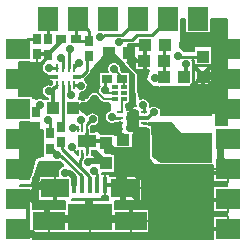
<source format=gtl>
G04 DipTrace 2.4.0.2*
%INUSBHiPower.gtl*%
%MOIN*%
%ADD13C,0.006*%
%ADD14C,0.012*%
%ADD15C,0.01*%
%ADD16C,0.02*%
%ADD18C,0.008*%
%ADD19C,0.0094*%
%ADD20C,0.011*%
%ADD22C,0.013*%
%ADD23R,0.08X0.0669*%
%ADD24R,0.0669X0.08*%
%ADD25R,0.0433X0.0394*%
%ADD26R,0.0394X0.0433*%
%ADD27R,0.0276X0.0354*%
%ADD28R,0.1772X0.0984*%
%ADD29R,0.0354X0.0276*%
%ADD31R,0.0276X0.013*%
%ADD32R,0.011X0.0276*%
%ADD33R,0.0094X0.0276*%
%ADD38R,0.0094X0.0236*%
%ADD39R,0.063X0.0394*%
%ADD40C,0.028*%
%ADD43R,0.0236X0.0098*%
%ADD44R,0.0354X0.063*%
%ADD48R,0.0205X0.0118*%
%ADD50R,0.0157X0.0531*%
%ADD51R,0.0945X0.063*%
%ADD52R,0.1063X0.063*%
%ADD53R,0.1476X0.0906*%
%ADD54C,0.028*%
%FSLAX44Y44*%
G04*
G70*
G90*
G75*
G01*
%LNTop*%
%LPD*%
X6086Y7634D2*
D13*
Y7892D1*
X6028Y7950D1*
X6856Y8941D2*
Y9310D1*
X6904D1*
X6856Y8941D2*
Y9351D1*
X6872Y9367D1*
Y8828D1*
X7165D1*
X7354Y8214D2*
X7419D1*
Y8299D1*
X7425Y8293D1*
Y8610D1*
X7447D1*
X7468Y8632D1*
X7446Y7278D2*
D14*
Y7387D1*
X7354Y7480D1*
Y7623D1*
Y7820D1*
X6437Y8376D2*
X6683D1*
Y8012D1*
X6722D1*
Y7799D1*
X6558Y7634D1*
X6805Y7881D1*
X6401Y7634D2*
D15*
X6481D1*
X6716Y7870D1*
D14*
Y8376D1*
X6437D1*
X4558Y7705D2*
D16*
Y6842D1*
X4515Y6799D1*
X6437Y8376D2*
D14*
Y8446D1*
X6134D1*
Y8390D1*
X6108D1*
X7446Y7278D2*
Y7443D1*
X7272D1*
X6673Y8042D1*
Y8376D1*
X6686D2*
Y8026D1*
X7434Y7278D1*
X7446D1*
X3937Y6293D2*
D16*
X4442Y6799D1*
X4515D1*
X3937Y7293D2*
D14*
X4158D1*
D16*
X4558Y7693D1*
Y7705D1*
X7354Y7623D2*
D14*
X7285Y7691D1*
X7020D1*
X6795Y7917D1*
Y8148D1*
X6766Y8119D1*
Y8441D1*
X6502D1*
X6437Y8376D1*
X6121D1*
X6108Y8390D1*
X6394D1*
X6772Y8012D1*
X6722D1*
X4515Y6799D2*
Y7662D1*
X4558Y7705D1*
X6108Y8390D2*
X5811D1*
X5765Y8344D1*
X7468Y9025D2*
D18*
Y9258D1*
X7416Y9310D1*
Y9361D1*
X7136Y9641D1*
X4564Y10633D2*
D15*
X4277D1*
X3937Y10293D1*
X5233Y9678D2*
X4964D1*
X4961Y9674D1*
X5883Y10626D2*
Y11239D1*
X5937Y11293D1*
X6315Y10574D2*
X5935D1*
X5883Y10626D1*
X6315Y10574D2*
Y10915D1*
X5937Y11293D1*
X6315Y10062D2*
X6231D1*
Y9554D1*
X6070Y9393D1*
X5932D1*
X5922Y9382D1*
X6333Y5763D2*
X6304D1*
Y6074D1*
X5998Y6380D1*
X5414Y6964D1*
Y7153D1*
X5368Y7199D1*
X6086Y6847D2*
Y6683D1*
X5998Y6595D1*
Y6380D1*
X4994Y6984D2*
X4982D1*
Y7068D1*
X5298Y6751D1*
X5391D1*
X6078Y6065D1*
Y5763D1*
X5928Y6847D2*
D18*
Y6783D1*
X5828Y6884D1*
X5862D1*
X5726Y7020D1*
X5227Y6782D2*
D15*
X5298D1*
Y6751D1*
X5627Y9087D2*
D19*
Y8899D1*
D15*
Y8836D1*
X5706Y8757D1*
X4994Y7496D2*
Y7870D1*
X4928Y7936D1*
X5627Y9678D2*
D19*
Y9866D1*
D15*
Y10259D1*
X5660Y10292D1*
X6661Y10689D2*
X6734D1*
X6826Y10781D1*
X7425D1*
X7937Y11293D1*
X5368Y7711D2*
X5430D1*
Y9087D1*
Y9678D2*
D19*
Y9866D1*
D15*
Y9944D1*
X5373Y10002D1*
X7312Y10530D2*
Y10604D1*
X7747D1*
X7899Y10756D1*
X8399D1*
X8937Y11293D1*
X8141Y8214D2*
Y8394D1*
X8108Y8427D1*
X8514Y9346D2*
X8764D1*
X8801Y9383D1*
Y9881D1*
X8824Y9904D1*
Y10435D1*
X8830Y10441D1*
X6243Y7634D2*
D18*
Y7801D1*
D15*
X6400Y7958D1*
X6426D1*
X8115Y7278D2*
D14*
X7873Y7520D1*
Y7623D1*
X7897D1*
X8141D1*
X7897D2*
Y8188D1*
X7833D1*
X7809Y8164D1*
X8141Y8017D2*
X8290D1*
X8461Y8187D1*
X9557Y9788D2*
Y9470D1*
X9470Y9383D1*
X6976Y10164D2*
X7061D1*
X7551Y9674D1*
X7781Y9444D1*
Y8507D1*
X7724Y8450D1*
Y8249D1*
X7809Y8164D1*
X8141Y8017D2*
X7846D1*
Y8200D1*
X5172Y5654D2*
Y5132D1*
X4869D1*
Y4668D1*
X4965Y4572D1*
X7702D2*
Y5096D1*
X7398D1*
Y5558D1*
X7495Y5654D1*
X6845Y5763D2*
X7387D1*
X7495Y5654D1*
X6424Y7285D2*
Y7234D1*
X6883D1*
Y7171D1*
X7495Y5654D2*
Y6007D1*
X7264Y6239D1*
Y6802D1*
X6820Y7246D1*
Y7234D1*
X6883Y7171D1*
X8115Y7278D2*
X8018D1*
Y7100D1*
Y6957D1*
X7526D1*
X6883D1*
Y7171D1*
Y6883D1*
X7992D1*
X8171D1*
Y6947D1*
Y7278D1*
X8115D1*
X6437Y9045D2*
X6574D1*
Y9518D1*
X6714Y9659D1*
X7087Y10031D1*
Y10164D1*
X6976D1*
X10937Y5293D2*
Y5285D1*
X10276D1*
X10019Y5542D1*
X9171Y6389D1*
X9662D1*
X9239D1*
X8486D1*
X8316Y6559D1*
X7992Y6883D1*
X10937Y4293D2*
X10286D1*
Y5187D1*
X9422D1*
X7962D1*
X7495Y5654D1*
X3937Y4293D2*
Y4347D1*
X4270D1*
Y5275D1*
X4376Y5381D1*
X4650Y5654D1*
X5172D1*
X3937Y5293D2*
X4153D1*
X4764Y5904D1*
X4922D1*
X5172Y5654D1*
X7113Y6917D2*
Y7004D1*
X6883Y7234D1*
X7866Y6956D2*
X8018Y6957D1*
X7275Y6172D2*
Y6007D1*
X7495D1*
X8247Y6490D2*
X8316Y6559D1*
X7945Y6113D2*
Y5187D1*
X7962D1*
X7298Y5096D2*
X7398D1*
X4851Y5132D2*
X4869D1*
X9662Y5449D2*
Y6389D1*
X9422Y4912D2*
Y5187D1*
X9239Y6301D2*
Y6389D1*
X8443Y4236D2*
D15*
Y5399D1*
Y5615D1*
X7945Y6113D1*
X8443Y4236D2*
D14*
X9608D1*
X9640Y4204D1*
X4462Y5254D2*
D15*
Y5381D1*
X4376D1*
X9981Y4156D2*
Y5978D1*
Y6020D1*
X9825Y6176D1*
X7912Y7537D2*
D14*
X7895Y7520D1*
X7873D1*
X7516Y6870D2*
X7526Y6957D1*
X8189Y6947D2*
X8171D1*
X7566Y6572D2*
X7526Y6957D1*
X7878Y6488D2*
Y7100D1*
X8018D1*
X6502Y9357D2*
X6542Y9316D1*
Y9088D1*
X6437Y8983D1*
Y9045D1*
X10937Y6293D2*
X10761D1*
X10645Y6177D1*
X10390D1*
X9662Y5449D1*
X10937Y7293D2*
Y7243D1*
X10645Y6951D1*
Y6177D1*
X9422Y4912D2*
Y5772D1*
X9825Y6176D1*
X7118Y4628D2*
Y4572D1*
X7702D1*
X8508Y5399D2*
D15*
X8443D1*
X10091Y5978D2*
X9981D1*
X9995Y5518D2*
D14*
X10019Y5542D1*
X7684Y8396D2*
X7724Y8450D1*
X5096Y8344D2*
Y8950D1*
X5151Y9006D1*
D20*
X5233Y9087D1*
X5096Y8344D2*
D14*
Y8758D1*
X4964Y8890D1*
X7165Y8632D2*
D18*
Y8645D1*
X6810D1*
X6571Y8883D1*
Y9006D1*
X6476D1*
X6437Y9045D1*
X6707Y9651D2*
D14*
X6714Y9659D1*
X7481Y9651D2*
X7505Y9674D1*
X7551D1*
X7846Y8017D2*
X7809Y8164D1*
X7747Y7918D1*
X7809Y8164D2*
D3*
X7912Y7537D2*
X7865D1*
Y7678D1*
X7705Y7838D1*
Y8164D1*
X7809D1*
Y7980D1*
X7747Y7918D1*
X7912Y7537D2*
Y7640D1*
X7634Y7918D1*
X7747D1*
X6243Y7241D2*
Y7025D1*
D19*
Y6847D1*
X6589Y7246D2*
D15*
X6248D1*
X6243Y7241D1*
Y7634D2*
D19*
Y7456D1*
D14*
Y7241D1*
X6883D2*
X6243D1*
X4965Y4572D2*
X5474D1*
X5543Y4640D1*
X6264D1*
X6333Y4710D1*
X10937Y6293D2*
Y6456D1*
X10750Y6643D1*
Y7106D1*
X10937Y7293D1*
X5928Y7634D2*
D15*
X5885Y7678D1*
X5772D1*
X6589Y5763D2*
Y6143D1*
X6485Y6247D1*
X7354Y8017D2*
X7088D1*
X7064Y8041D1*
X10109Y10049D2*
X9296D1*
X9267Y10078D1*
X9550Y7011D2*
D13*
X9382D1*
X8576Y7817D1*
X8144D1*
X8141Y7820D1*
X4943Y10625D2*
D15*
X4937Y11293D1*
X5823Y9678D2*
Y9688D1*
X5979Y9843D1*
X6401Y6847D2*
X6466D1*
D16*
X6750Y6563D1*
X6286D1*
Y6523D1*
X6558Y6847D2*
Y6806D1*
X6799Y6566D1*
X6286D1*
X6883Y6502D2*
Y6563D1*
X6286D1*
X5822Y5763D2*
Y6024D1*
X5670Y6175D1*
X5493D1*
X5823Y9087D2*
D15*
X6028D1*
X6032Y9083D1*
X4558Y8217D2*
Y8319D1*
X4676Y8438D1*
X4564Y10121D2*
D14*
X4958D1*
X5463Y10626D1*
X5371D1*
Y10541D1*
X4943Y10113D1*
Y10029D1*
X4681Y9766D1*
Y9527D1*
X4825Y9382D1*
X5134D1*
X4931D1*
X4889Y9341D1*
X8160Y10441D2*
Y10462D1*
X8183D1*
Y9932D1*
X8155Y9904D1*
X7905D1*
X7645Y10164D1*
Y10423D1*
X8184D1*
Y9261D1*
X8593Y8852D1*
X9283D1*
X9550Y8586D1*
X10109Y9380D2*
Y9145D1*
X9550Y8586D1*
X10645D1*
X10937Y8293D1*
X10109Y9380D2*
X10361D1*
X10850D1*
X10937Y9293D1*
X10109Y9380D2*
Y9465D1*
X10470Y9826D1*
X10937Y10293D1*
X7711Y9905D2*
X8160D1*
Y10441D1*
X4889Y9341D2*
X3984D1*
X3937Y9293D1*
X10361Y9414D2*
Y9380D1*
X10753Y11042D2*
X10561Y10849D1*
Y10670D1*
X10937Y10293D1*
D54*
X6661Y10689D3*
X5660Y10292D3*
X5373Y10002D3*
X5979Y9843D3*
X4889Y9341D3*
X7113Y6917D3*
X7866Y6956D3*
X7275Y6172D3*
X8247Y6490D3*
X7945Y6113D3*
X7298Y5096D3*
X4851Y5132D3*
X4462Y5254D3*
X9662Y5449D3*
X9422Y4912D3*
X7136Y9641D3*
X4964Y8890D3*
X8443Y4236D3*
X9981Y4156D3*
X9825Y6176D3*
X9640Y4204D3*
X9239Y6301D3*
X6032Y9083D3*
X4419Y4140D3*
X7912Y7537D3*
X7516Y6870D3*
X8189Y6947D3*
X7566Y6572D3*
X7878Y6488D3*
X6502Y9357D3*
X4552Y5956D3*
X5122Y6174D3*
X5028Y6417D3*
X5543Y4640D3*
X7118Y4628D3*
X8883Y5439D3*
X8508Y5399D3*
X10091Y5978D3*
X9995Y5518D3*
X9801Y4864D3*
X8892Y4761D3*
X5706Y8757D3*
X4676Y8438D3*
X4928Y7936D3*
X7711Y9905D3*
X4961Y9674D3*
X7684Y8396D3*
X6301Y5193D3*
X6707Y9651D3*
X7481D3*
X10361Y9414D3*
X10753Y11042D3*
X8108Y8427D3*
X8461Y8187D3*
X6286Y6523D3*
X8514Y9346D3*
X9557Y9788D3*
X7064Y8041D3*
X9267Y10078D3*
X5493Y6175D3*
X6485Y6247D3*
X5227Y6782D3*
X5726Y7020D3*
X5772Y7678D3*
X4515Y6799D3*
X6108Y8390D3*
X6028Y7950D3*
X6856Y8941D3*
X6426Y7958D3*
X7312Y10530D3*
X8302Y7782D2*
D13*
X9091D1*
X8422Y7724D2*
X9142D1*
X8426Y7665D2*
X9191D1*
X8427Y7606D2*
X9242D1*
X8430Y7547D2*
X9293D1*
X8430Y7489D2*
X9327D1*
X8430Y7430D2*
X9285D1*
X8430Y7371D2*
X9242D1*
X8431Y7313D2*
X9199D1*
X8432Y7254D2*
X9156D1*
X8433Y7195D2*
X9114D1*
X8434Y7137D2*
X9070D1*
X8434Y7078D2*
X9027D1*
X8435Y7019D2*
X8985D1*
X8436Y6961D2*
X8942D1*
X8436Y6902D2*
X8899D1*
X8437Y6843D2*
X8857D1*
X8438Y6785D2*
X8814D1*
X8455Y6726D2*
X8770D1*
X8529Y6667D2*
X8728D1*
X8604Y6608D2*
X8685D1*
X8421Y7595D2*
X8424D1*
X8426Y7261D1*
X8433Y6738D1*
X8657Y6562D1*
X9063Y7118D1*
X9340Y7498D1*
X9054Y7833D1*
X8588Y7837D1*
X8272Y7840D1*
X8270Y7794D1*
X8401Y7738D1*
X8419Y7715D1*
X8421Y7595D1*
X9372Y11241D2*
X9504D1*
X10370D2*
X10905D1*
X9371Y11183D2*
X9504D1*
X10370D2*
X10905D1*
X9371Y11124D2*
X9504D1*
X10370D2*
X10905D1*
X9370Y11065D2*
X9504D1*
X10370D2*
X10905D1*
X9370Y11007D2*
X9504D1*
X10370D2*
X10905D1*
X9370Y10948D2*
X9504D1*
X10370D2*
X10905D1*
X9370Y10889D2*
X9504D1*
X10370D2*
X10905D1*
X9368Y10831D2*
X10905D1*
X9367Y10772D2*
X10905D1*
X9366Y10713D2*
X10905D1*
X9366Y10655D2*
X10905D1*
X9366Y10596D2*
X10905D1*
X9365Y10537D2*
X10905D1*
X9365Y10478D2*
X10905D1*
X9364Y10420D2*
X10905D1*
X9366Y10361D2*
X9814D1*
X10404D2*
X10905D1*
X9415Y10302D2*
X9814D1*
X10404D2*
X10905D1*
X9469Y10244D2*
X9814D1*
X10404D2*
X10905D1*
X10404Y10185D2*
X10905D1*
X10404Y10126D2*
X10905D1*
X10404Y10068D2*
X10905D1*
X10404Y10009D2*
X10905D1*
X10404Y9950D2*
X10905D1*
X9786Y9892D2*
X9814D1*
X10404D2*
X10905D1*
X9796Y9833D2*
X9814D1*
X10404D2*
X10905D1*
X9789Y9774D2*
X10905D1*
X9766Y9716D2*
X9814D1*
X10404D2*
X10905D1*
X9786Y9657D2*
X9814D1*
X10404D2*
X10905D1*
X9786Y9598D2*
X9814D1*
X10404D2*
X10905D1*
X9786Y9539D2*
X9814D1*
X10404D2*
X10905D1*
X9786Y9481D2*
X9814D1*
X10404D2*
X10905D1*
X9786Y9422D2*
X9814D1*
X10404D2*
X10905D1*
X9786Y9363D2*
X9814D1*
X10404D2*
X10905D1*
X9786Y9305D2*
X9814D1*
X10404D2*
X10905D1*
X9786Y9246D2*
X9814D1*
X10404D2*
X10905D1*
X9786Y9187D2*
X9814D1*
X10404D2*
X10905D1*
X9727Y9129D2*
X9814D1*
X10404D2*
X10905D1*
X9744Y9070D2*
X10905D1*
X9762Y9011D2*
X10905D1*
X9779Y8953D2*
X10905D1*
X9796Y8894D2*
X10905D1*
X9814Y8835D2*
X10905D1*
X9831Y8776D2*
X10905D1*
X9847Y8718D2*
X10905D1*
X9865Y8659D2*
X10905D1*
X9882Y8600D2*
X10905D1*
X9899Y8542D2*
X10905D1*
X9917Y8483D2*
X10905D1*
X9934Y8424D2*
X10905D1*
X9951Y8366D2*
X10905D1*
X9968Y8307D2*
X10905D1*
X9985Y8248D2*
X10905D1*
X10002Y8190D2*
X10905D1*
X10558Y8131D2*
X10905D1*
X10559Y8072D2*
X10905D1*
X10559Y8014D2*
X10904D1*
X10560Y7955D2*
X10904D1*
X10560Y7896D2*
X10904D1*
X10561Y7837D2*
X10904D1*
X10562Y7779D2*
X10904D1*
X10364Y11293D2*
Y10841D1*
X9510D1*
Y11298D1*
X9367Y11300D1*
X9364Y10926D1*
Y10841D1*
X9361D1*
X9360Y10670D1*
X9357Y10371D1*
X9370Y10327D1*
X9395Y10313D1*
X9419Y10295D1*
X9440Y10274D1*
X9459Y10251D1*
X9470Y10232D1*
X9820D1*
Y10399D1*
X10398D1*
Y9781D1*
X9820D1*
Y9947D1*
X9757D1*
X9776Y9907D1*
X9784Y9878D1*
X9790Y9828D1*
X9788Y9799D1*
X9782Y9769D1*
X9772Y9741D1*
X9759Y9713D1*
X9779D1*
Y9134D1*
X9720D1*
X9988Y8217D1*
X10000Y8178D1*
X10157Y8180D1*
X10522Y8186D1*
X10547Y8172D1*
X10552Y8156D1*
X10556Y7760D1*
X10625Y7761D1*
X10911D1*
Y11289D1*
X10364Y11293D1*
X9826Y9729D2*
X10398D1*
Y9112D1*
X9820D1*
Y9729D1*
X9826D1*
X9820D2*
D22*
X10398Y9112D1*
Y9729D2*
X9820Y9112D1*
X3981Y9850D2*
D13*
X4707D1*
X7605D2*
X7840D1*
X3981Y9792D2*
X4754D1*
X7672D2*
X7840D1*
X3981Y9733D2*
X4730D1*
X7713D2*
X7840D1*
X3982Y9674D2*
X4723D1*
X7772D2*
X7840D1*
X3982Y9616D2*
X4730D1*
X3983Y9557D2*
X4754D1*
X7889D2*
X8293D1*
X3983Y9498D2*
X4803D1*
X7929D2*
X8272D1*
X3983Y9440D2*
X4899D1*
X7939D2*
X8251D1*
X3984Y9381D2*
X4899D1*
X7939D2*
X8230D1*
X3984Y9322D2*
X4899D1*
X7939D2*
X8209D1*
X3985Y9264D2*
X4899D1*
X7939D2*
X8189D1*
X3985Y9205D2*
X5080D1*
X7939D2*
X8168D1*
X3985Y9146D2*
X5077D1*
X7939D2*
X8209D1*
X3986Y9088D2*
X4835D1*
X7939D2*
X8253D1*
X3986Y9029D2*
X4771D1*
X7939D2*
X8297D1*
X8519D2*
X8635D1*
X3986Y8970D2*
X4739D1*
X7939D2*
X8635D1*
X3986Y8911D2*
X4726D1*
X7939D2*
X8635D1*
X3986Y8853D2*
X4729D1*
X7952D2*
X8635D1*
X3987Y8794D2*
X4747D1*
X7967D2*
X8635D1*
X3987Y8735D2*
X4784D1*
X7981D2*
X8635D1*
X4436Y8677D2*
X4867D1*
X7996D2*
X8634D1*
X8246Y8618D2*
X8634D1*
X8305Y8559D2*
X8634D1*
X8334Y8501D2*
X8634D1*
X8346Y8442D2*
X8634D1*
X8591Y8383D2*
X8634D1*
X4335Y9866D2*
X3975D1*
X3982Y8720D1*
X4075D1*
X4429D1*
Y8656D1*
X4585Y8652D1*
X4631Y8666D1*
X4661Y8670D1*
X4691D1*
X4721Y8666D1*
X4750Y8658D1*
X4778Y8646D1*
X4943Y8643D1*
X4944Y8660D1*
X4910Y8664D1*
X4881Y8673D1*
X4854Y8686D1*
X4828Y8702D1*
X4805Y8721D1*
X4785Y8743D1*
X4767Y8767D1*
X4753Y8793D1*
X4742Y8821D1*
X4735Y8850D1*
X4732Y8880D1*
Y8910D1*
X4737Y8940D1*
X4745Y8969D1*
X4757Y8996D1*
X4772Y9022D1*
X4791Y9045D1*
X4812Y9066D1*
X4836Y9084D1*
X4862Y9099D1*
X4890Y9111D1*
X4919Y9118D1*
X4949Y9122D1*
X4979D1*
X5009Y9118D1*
X5040Y9110D1*
X5067Y9133D1*
X5073Y9136D1*
X5085Y9157D1*
Y9225D1*
X4904D1*
Y9449D1*
X4877Y9457D1*
X4850Y9470D1*
X4825Y9486D1*
X4802Y9505D1*
X4781Y9527D1*
X4764Y9551D1*
X4749Y9577D1*
X4739Y9605D1*
X4732Y9634D1*
X4728Y9664D1*
X4729Y9694D1*
X4733Y9724D1*
X4742Y9753D1*
X4754Y9780D1*
X4769Y9806D1*
X4788Y9829D1*
X4801Y9844D1*
X4713D1*
Y9852D1*
X4334D1*
Y9867D1*
X7846Y9875D2*
X7565D1*
X7582Y9860D1*
X7609Y9845D1*
X7633Y9827D1*
X7654Y9806D1*
X7673Y9782D1*
X7691Y9749D1*
X7888Y9552D1*
X7907Y9529D1*
X7921Y9502D1*
X7930Y9474D1*
X7933Y9444D1*
Y8905D1*
X7997Y8651D1*
X8034Y8647D1*
X8063Y8655D1*
X8092Y8659D1*
X8122D1*
X8152Y8655D1*
X8181Y8647D1*
X8209Y8636D1*
X8235Y8621D1*
X8259Y8603D1*
X8280Y8582D1*
X8299Y8559D1*
X8314Y8533D1*
X8326Y8506D1*
X8335Y8477D1*
X8340Y8427D1*
X8335Y8383D1*
X8359Y8397D1*
X8387Y8408D1*
X8416Y8416D1*
X8445Y8419D1*
X8475D1*
X8505Y8416D1*
X8534Y8408D1*
X8562Y8397D1*
X8588Y8382D1*
X8612Y8364D1*
X8640Y8335D1*
X8641Y9042D1*
X8335Y9011D1*
X8308Y9023D1*
X8183Y9189D1*
X8179Y9218D1*
X8319Y9616D1*
X8278Y9615D1*
X7846D1*
Y9875D1*
X7645Y10164D2*
Y9875D1*
X8155Y9904D2*
Y9615D1*
X4564Y10121D2*
Y9852D1*
X4904Y9382D2*
X5134D1*
X6754Y9997D2*
X7205D1*
X6701Y9939D2*
X7260D1*
X6648Y9880D2*
X7316D1*
X6594Y9821D2*
X6983D1*
X7289D2*
X7371D1*
X6541Y9763D2*
X6932D1*
X7339D2*
X7428D1*
X6487Y9704D2*
X6906D1*
X7366D2*
X7484D1*
X6434Y9645D2*
X6898D1*
X7374D2*
X7539D1*
X6380Y9587D2*
X6904D1*
X7383D2*
X7596D1*
X6378Y9528D2*
X6629D1*
X6351Y9469D2*
X6629D1*
X6295Y9411D2*
X6629D1*
X7692D2*
X7762D1*
X6237Y9352D2*
X6629D1*
X7692D2*
X7772D1*
X6178Y9293D2*
X6629D1*
X7692D2*
X7776D1*
X6214Y9234D2*
X6629D1*
X7692D2*
X7780D1*
X6251Y9176D2*
X6629D1*
X7692D2*
X7785D1*
X6268Y9117D2*
X6629D1*
X7692D2*
X7789D1*
X6269Y9058D2*
X6650D1*
X7669D2*
X7793D1*
X6255Y9000D2*
X6625D1*
X7669D2*
X7798D1*
X6222Y8941D2*
X6430D1*
X7669D2*
X7802D1*
X6154Y8882D2*
X6381D1*
X7669D2*
X7806D1*
X6020Y8824D2*
X6334D1*
X7669D2*
X7811D1*
X6009Y8765D2*
X6285D1*
X7669D2*
X7815D1*
X6000Y8706D2*
X6236D1*
X7669D2*
X7820D1*
X5998Y8648D2*
X6141D1*
X7669D2*
X7824D1*
X7669Y8589D2*
X7830D1*
X7669Y8530D2*
X7837D1*
X7553Y8471D2*
X7846D1*
X7553Y8413D2*
X7854D1*
X7570Y8354D2*
X7670D1*
X7581Y8295D2*
X7611D1*
X7949Y7650D2*
X8274D1*
X7907Y7591D2*
X8289D1*
X7872Y7532D2*
X8289D1*
X7800Y7474D2*
X8290D1*
X7786Y7415D2*
X8290D1*
X7786Y7356D2*
X8290D1*
X7785Y7298D2*
X8290D1*
X7785Y7239D2*
X8290D1*
X7784Y7180D2*
X8290D1*
X7784Y7122D2*
X8290D1*
X7783Y7063D2*
X8291D1*
X7867Y7004D2*
X8291D1*
X7983Y6946D2*
X8291D1*
X8098Y6887D2*
X8291D1*
X8213Y6828D2*
X8291D1*
X6178Y8685D2*
X6226D1*
X6439Y8944D1*
X6457Y8954D1*
X6624Y8953D1*
X6629Y8991D1*
X6637Y9020D1*
X6649Y9047D1*
X6671Y9081D1*
X6635Y9080D1*
Y9541D1*
X6926D1*
X6914Y9572D1*
X6907Y9601D1*
X6904Y9631D1*
Y9661D1*
X6909Y9691D1*
X6917Y9719D1*
X6929Y9747D1*
X6944Y9773D1*
X6963Y9796D1*
X6984Y9817D1*
X7008Y9835D1*
X7034Y9850D1*
X7062Y9861D1*
X7091Y9869D1*
X7121Y9873D1*
X7151D1*
X7180Y9869D1*
X7209Y9862D1*
X7237Y9850D1*
X7263Y9835D1*
X7287Y9817D1*
X7309Y9796D1*
X7327Y9773D1*
X7343Y9747D1*
X7355Y9720D1*
X7363Y9691D1*
X7368Y9641D1*
X7364Y9599D1*
X7424Y9540D1*
X7644Y9541D1*
X7209Y9999D1*
X6800Y10054D1*
X6373Y9585D1*
X6374Y9554D1*
X6371Y9524D1*
X6361Y9496D1*
X6349Y9474D1*
X6311Y9432D1*
X6174Y9295D1*
X6159Y9278D1*
X6183Y9260D1*
X6205Y9239D1*
X6223Y9215D1*
X6239Y9189D1*
X6251Y9162D1*
X6259Y9133D1*
X6264Y9083D1*
X6263Y9053D1*
X6257Y9024D1*
X6247Y8995D1*
X6234Y8969D1*
X6218Y8943D1*
X6198Y8921D1*
X6176Y8901D1*
X6151Y8884D1*
X6125Y8870D1*
X6096Y8860D1*
X6067Y8853D1*
X6019Y8852D1*
X5994Y8720D1*
X5991Y8634D1*
X6074Y8633D1*
Y8619D1*
X6092Y8622D1*
X6122D1*
X6147Y8618D1*
X6148Y8685D1*
X6178D1*
X7686Y9498D2*
Y9080D1*
X7662D1*
X7663Y8937D1*
X7662Y8874D1*
X7663Y8770D1*
X7662Y8677D1*
X7663Y8573D1*
Y8480D1*
X7548D1*
X7547Y8354D1*
X7564Y8355D1*
Y8307D1*
X7588Y8280D1*
X7596Y8261D1*
Y8255D1*
X7608Y8280D1*
X7628Y8310D1*
X7653Y8336D1*
X7681Y8358D1*
X7713Y8375D1*
X7747Y8388D1*
X7782Y8394D1*
X7818Y8396D1*
X7854Y8392D1*
X7864Y8389D1*
X7850Y8486D1*
X7832Y8623D1*
X7773Y9405D1*
X7686Y9498D1*
X7912Y7626D2*
X7901Y7592D1*
X7885Y7559D1*
X7864Y7530D1*
X7839Y7505D1*
X7810Y7483D1*
X7781Y7467D1*
X7777Y7047D1*
X8298Y6782D1*
X8296Y7649D1*
X8174Y7658D1*
X7971Y7673D1*
X7943Y7650D1*
X7913Y7632D1*
X7912Y7626D1*
X7686Y7679D2*
X7850Y7515D1*
X7809Y7840D2*
X7973Y7675D1*
X7645Y8328D2*
X7809Y8164D1*
X6405Y8682D2*
X6580D1*
X6356Y8624D2*
X6639D1*
X6308Y8565D2*
X6697D1*
X6260Y8506D2*
X6965D1*
X6057Y8448D2*
X7005D1*
X5962Y8389D2*
X7004D1*
X5953Y8330D2*
X7003D1*
X6032Y8272D2*
X7002D1*
X6111Y8213D2*
X6901D1*
X6189Y8154D2*
X6296D1*
X6556D2*
X6855D1*
X6619Y8096D2*
X6832D1*
X6651Y8037D2*
X6826D1*
X6664Y7978D2*
X6835D1*
X6661Y7919D2*
X6860D1*
X6643Y7861D2*
X6911D1*
X6605Y7802D2*
X7379D1*
X6522Y7743D2*
X7379D1*
X6390Y7685D2*
X7379D1*
X6390Y7626D2*
X7379D1*
X6390Y7567D2*
X7379D1*
X6678Y7509D2*
X7353D1*
X7177Y7450D2*
X7257D1*
X6695Y7480D2*
X7172D1*
Y7427D1*
X7226D1*
X7385Y7524D1*
Y7833D1*
X7242Y7826D1*
X7152D1*
X7099Y7811D1*
X7069Y7809D1*
X7039Y7810D1*
X7009Y7815D1*
X6973Y7828D1*
X6951D1*
X6926Y7842D1*
X6918Y7860D1*
X6884Y7893D1*
X6867Y7918D1*
X6853Y7944D1*
X6842Y7972D1*
X6835Y8001D1*
X6832Y8031D1*
Y8061D1*
X6837Y8091D1*
X6845Y8120D1*
X6857Y8147D1*
X6872Y8173D1*
X6891Y8196D1*
X6912Y8217D1*
X6936Y8235D1*
X6962Y8250D1*
X6990Y8262D1*
X7009Y8267D1*
Y8335D1*
X7012Y8480D1*
X6971D1*
Y8513D1*
X6810D1*
X6780Y8516D1*
X6752Y8526D1*
X6726Y8543D1*
X6716Y8552D1*
X6531Y8737D1*
X6441Y8733D1*
X6250Y8502D1*
X6235Y8492D1*
X5971Y8428D1*
X5939Y8336D1*
X6162Y8170D1*
X6233Y8117D1*
X6256D1*
X6298Y8152D1*
X6324Y8167D1*
X6352Y8178D1*
X6381Y8186D1*
X6411Y8190D1*
X6441D1*
X6471Y8186D1*
X6500Y8178D1*
X6527Y8167D1*
X6553Y8152D1*
X6577Y8134D1*
X6599Y8113D1*
X6617Y8089D1*
X6633Y8064D1*
X6645Y8036D1*
X6653Y8007D1*
X6658Y7958D1*
X6657Y7928D1*
X6651Y7898D1*
X6641Y7870D1*
X6628Y7843D1*
X6612Y7818D1*
X6592Y7795D1*
X6570Y7775D1*
X6545Y7758D1*
X6519Y7744D1*
X6490Y7734D1*
X6461Y7728D1*
X6431Y7725D1*
X6387Y7729D1*
X6384Y7709D1*
Y7543D1*
X6618Y7555D1*
X6644Y7542D1*
X6696Y7480D1*
X4014Y7834D2*
X4322D1*
X4014Y7776D2*
X4492D1*
X4014Y7717D2*
X4492D1*
X4014Y7659D2*
X4521D1*
X4014Y7600D2*
X4703D1*
X4014Y7542D2*
X4758D1*
X4014Y7483D2*
X4758D1*
X4014Y7425D2*
X4758D1*
X4014Y7366D2*
X4758D1*
X4014Y7307D2*
X4758D1*
X4014Y7249D2*
X4758D1*
X4014Y7190D2*
X4758D1*
X4014Y7132D2*
X4758D1*
X4014Y7073D2*
X4758D1*
X4014Y7015D2*
X4758D1*
X4014Y6956D2*
X4758D1*
X4014Y6898D2*
X4758D1*
X4014Y6839D2*
X4758D1*
X4014Y6781D2*
X4758D1*
X4014Y6722D2*
X4735D1*
X4014Y6664D2*
X4557D1*
X4014Y6605D2*
X4505D1*
X4014Y6547D2*
X4489D1*
X4014Y6488D2*
X4472D1*
X4014Y6430D2*
X4454D1*
X4014Y6371D2*
X4437D1*
X4014Y6312D2*
X4420D1*
X4014Y6254D2*
X4404D1*
X4014Y6195D2*
X4386D1*
X4014Y6137D2*
X4369D1*
X4014Y6078D2*
X4348D1*
X4014Y6020D2*
X4322D1*
X4764Y6729D2*
X4765Y7254D1*
X4764Y7316D1*
Y7598D1*
X4603Y7606D1*
X4587Y7612D1*
X4510Y7672D1*
X4499Y7699D1*
Y7826D1*
X4328D1*
Y7868D1*
X4070Y7867D1*
X4008D1*
Y7614D1*
Y5984D1*
X4321D1*
X4324Y6004D1*
X4332Y6033D1*
X4344Y6061D1*
X4362Y6090D1*
X4520Y6636D1*
X4542Y6656D1*
X4765Y6730D1*
X7177Y6738D2*
X8288D1*
X7177Y6679D2*
X8287D1*
X7177Y6621D2*
X8307D1*
X7177Y6562D2*
X8363D1*
X4630Y6504D2*
X5366D1*
X7177D2*
X8419D1*
X4613Y6445D2*
X5410D1*
X7177D2*
X8476D1*
X4598Y6387D2*
X5392D1*
X7177D2*
X10439D1*
X4581Y6328D2*
X5313D1*
X7177D2*
X10439D1*
X4564Y6270D2*
X5276D1*
X7177D2*
X10439D1*
X4547Y6211D2*
X5258D1*
X7177D2*
X10439D1*
X4531Y6153D2*
X5256D1*
X6761D2*
X10439D1*
X4514Y6094D2*
X5270D1*
X7022D2*
X10439D1*
X4497Y6036D2*
X4601D1*
X8066D2*
X10439D1*
X4481Y5977D2*
X4601D1*
X8066D2*
X10439D1*
X4464Y5919D2*
X4601D1*
X8066D2*
X10439D1*
X4448Y5860D2*
X4601D1*
X8066D2*
X10904D1*
X4431Y5801D2*
X4601D1*
X8066D2*
X10904D1*
X4001Y5743D2*
X4601D1*
X8066D2*
X10904D1*
X4435Y5684D2*
X4601D1*
X8066D2*
X10439D1*
X4435Y5626D2*
X4601D1*
X8066D2*
X10439D1*
X4435Y5567D2*
X4601D1*
X8066D2*
X10439D1*
X4435Y5509D2*
X4601D1*
X8066D2*
X10439D1*
X4435Y5450D2*
X4601D1*
X8066D2*
X10439D1*
X4435Y5392D2*
X4601D1*
X6757D2*
X6924D1*
X8066D2*
X10439D1*
X4435Y5333D2*
X4601D1*
X6754D2*
X6924D1*
X8066D2*
X10439D1*
X4435Y5275D2*
X4601D1*
X5743D2*
X6924D1*
X8066D2*
X10439D1*
X4435Y5216D2*
X5497D1*
X7170D2*
X10439D1*
X4435Y5158D2*
X5497D1*
X7170D2*
X10439D1*
X4435Y5099D2*
X5497D1*
X7170D2*
X10439D1*
X4435Y5041D2*
X5497D1*
X7170D2*
X10439D1*
X4435Y4982D2*
X5497D1*
X7170D2*
X10439D1*
X8331Y4924D2*
X10439D1*
X8331Y4865D2*
X10907D1*
X8331Y4806D2*
X10907D1*
X8331Y4748D2*
X10908D1*
X8331Y4689D2*
X10439D1*
X8331Y4631D2*
X10439D1*
X8331Y4572D2*
X10439D1*
X8331Y4514D2*
X10439D1*
X8331Y4455D2*
X10439D1*
X8331Y4397D2*
X10439D1*
X8331Y4338D2*
X10439D1*
X8331Y4280D2*
X10439D1*
X8331Y4221D2*
X10439D1*
X4435Y4163D2*
X10439D1*
X4435Y4104D2*
X10439D1*
X4435Y4046D2*
X10439D1*
X4435Y3987D2*
X10439D1*
X4429Y4164D2*
Y3973D1*
X4725Y3972D1*
X10445Y3962D1*
Y4720D1*
X10914D1*
X10913Y4867D1*
X10445Y4866D1*
Y5720D1*
X10910D1*
X10909Y5866D1*
X10445D1*
Y6426D1*
X8572D1*
Y6438D1*
X8502D1*
X8481Y6447D1*
X8302Y6633D1*
X8294Y6653D1*
Y6796D1*
X7171D1*
X7172Y6482D1*
Y6193D1*
X7147Y6192D1*
X7124Y6175D1*
X6756Y6179D1*
X6755Y6121D1*
X7016D1*
Y6062D1*
X8060D1*
Y5247D1*
X7164D1*
Y4979D1*
X8325D1*
Y4165D1*
X4429D1*
X3995Y5720D2*
X4429D1*
Y4979D1*
X5503D1*
Y5247D1*
X4607D1*
Y6062D1*
X5291D1*
X5272Y6105D1*
X5265Y6134D1*
X5261Y6163D1*
X5262Y6193D1*
X5266Y6223D1*
X5274Y6252D1*
X5286Y6279D1*
X5301Y6305D1*
X5319Y6329D1*
X5340Y6350D1*
X5364Y6368D1*
X5390Y6383D1*
X5431Y6398D1*
X5428Y6430D1*
X5356Y6526D1*
X4629Y6522D1*
X4595Y6400D1*
X4422Y5790D1*
X4401Y5769D1*
X4393Y5768D1*
X3994D1*
X3995Y5720D1*
X6760Y5406D2*
X6751Y5405D1*
Y5346D1*
X6736Y5321D1*
X6721Y5316D1*
X5736D1*
X5737Y5278D1*
Y5254D1*
X6930Y5255D1*
Y5405D1*
X6753D1*
X3937Y5293D2*
X4429D1*
X10937Y4720D2*
Y4293D1*
X10445D2*
X10937D1*
Y5293D2*
Y4866D1*
X10445Y5293D2*
X10937D1*
Y6293D2*
Y5866D1*
X10445Y6293D2*
X10937D1*
X6845Y6121D2*
Y5405D1*
X5172Y6062D2*
Y5247D1*
X4607Y5654D2*
X5172D1*
X7495Y6062D2*
Y5247D1*
Y5654D2*
X8060D1*
X4965Y4979D2*
Y4165D1*
X7702Y4979D2*
Y4165D1*
Y4572D2*
X8325D1*
X6333Y5255D2*
Y4165D1*
D23*
X3937Y9293D3*
X10937Y8293D3*
Y9293D3*
Y10293D3*
D24*
X9937Y11293D3*
D23*
X3937Y4293D3*
Y5293D3*
Y6293D3*
Y7293D3*
Y10293D3*
D25*
X7446Y7278D3*
X8115D3*
X8160Y10441D3*
X8830D3*
X7645Y10164D3*
X6976D3*
D26*
X6883Y7171D3*
Y6502D3*
X6437Y9045D3*
Y8376D3*
D25*
X5096Y8344D3*
X5765D3*
D27*
X6315Y10062D3*
Y10574D3*
D23*
X10937Y4293D3*
Y5293D3*
Y6293D3*
Y7293D3*
X3937Y8293D3*
D28*
X9550Y7011D3*
Y8586D3*
D25*
X8824Y9904D3*
X8155D3*
X9470Y9383D3*
X8801D3*
D26*
X10109Y10049D3*
Y9380D3*
D29*
X7416Y9310D3*
X6904D3*
D27*
X4994Y6984D3*
Y7496D3*
X5368Y7199D3*
Y7711D3*
X4558Y8217D3*
Y7705D3*
X4943Y10113D3*
Y10625D3*
X4564Y10121D3*
Y10633D3*
D29*
X5371Y10626D3*
X5883D3*
D31*
X5922Y9382D3*
D32*
X5823Y9678D3*
D33*
X5627D3*
X5430D3*
D32*
X5233D3*
D31*
X5134Y9382D3*
D32*
X5233Y9087D3*
D33*
X5430D3*
X5627D3*
D32*
X5823D3*
D38*
X6558Y7634D3*
X6401D3*
X6243D3*
X6086D3*
X5928D3*
Y6847D3*
X6086D3*
X6243D3*
X6401D3*
X6558D3*
D39*
X6243Y7241D3*
D40*
X6421Y7186D3*
X6243Y7291D3*
X6066Y7186D3*
D43*
X8141Y7623D3*
Y7820D3*
Y8017D3*
Y8214D3*
X7354D3*
Y8017D3*
Y7820D3*
Y7623D3*
D44*
X7747Y7918D3*
D40*
X7686Y7679D3*
X7809Y7840D3*
X7686Y8001D3*
X7809Y8164D3*
D48*
X7165Y9025D3*
Y8828D3*
Y8632D3*
X7468D3*
Y8828D3*
Y9025D3*
G36*
X5602Y11693D2*
X6272D1*
Y10893D1*
X5602D1*
Y11693D1*
G37*
G36*
X4602D2*
X5272D1*
Y10893D1*
X4602D1*
Y11693D1*
G37*
D50*
X5822Y5763D3*
X6078D3*
X6333D3*
X6589D3*
X6845D3*
D51*
X5172Y5654D3*
X7495D3*
D52*
X4965Y4572D3*
X7702D3*
D53*
X6333Y4710D3*
D24*
X6937Y11293D3*
X7937D3*
X8937D3*
M02*

</source>
